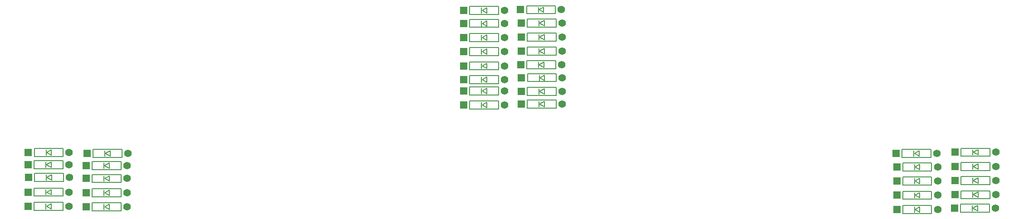
<source format=gto>
G04 #@! TF.GenerationSoftware,KiCad,Pcbnew,7.0.1-0*
G04 #@! TF.CreationDate,2023-06-03T13:21:34+09:00*
G04 #@! TF.ProjectId,cool536lc,636f6f6c-3533-4366-9c63-2e6b69636164,rev?*
G04 #@! TF.SameCoordinates,Original*
G04 #@! TF.FileFunction,Legend,Top*
G04 #@! TF.FilePolarity,Positive*
%FSLAX46Y46*%
G04 Gerber Fmt 4.6, Leading zero omitted, Abs format (unit mm)*
G04 Created by KiCad (PCBNEW 7.0.1-0) date 2023-06-03 13:21:34*
%MOMM*%
%LPD*%
G01*
G04 APERTURE LIST*
%ADD10C,0.150000*%
%ADD11R,1.397000X1.397000*%
%ADD12C,1.397000*%
G04 APERTURE END LIST*
D10*
X148250000Y-192840000D02*
X148250000Y-194340000D01*
X148250000Y-194340000D02*
X153650000Y-194340000D01*
X150450000Y-193090000D02*
X150450000Y-194090000D01*
X150550000Y-193590000D02*
X151450000Y-193090000D01*
X151450000Y-193090000D02*
X151450000Y-194090000D01*
X151450000Y-194090000D02*
X150550000Y-193590000D01*
X153650000Y-192840000D02*
X148250000Y-192840000D01*
X153650000Y-194340000D02*
X153650000Y-192840000D01*
X158961525Y-200456198D02*
X158961525Y-201956198D01*
X158961525Y-201956198D02*
X164361525Y-201956198D01*
X161161525Y-200706198D02*
X161161525Y-201706198D01*
X161261525Y-201206198D02*
X162161525Y-200706198D01*
X162161525Y-200706198D02*
X162161525Y-201706198D01*
X162161525Y-201706198D02*
X161261525Y-201206198D01*
X164361525Y-200456198D02*
X158961525Y-200456198D01*
X164361525Y-201956198D02*
X164361525Y-200456198D01*
X158961525Y-195156198D02*
X158961525Y-196656198D01*
X158961525Y-196656198D02*
X164361525Y-196656198D01*
X161161525Y-195406198D02*
X161161525Y-196406198D01*
X161261525Y-195906198D02*
X162161525Y-195406198D01*
X162161525Y-195406198D02*
X162161525Y-196406198D01*
X162161525Y-196406198D02*
X161261525Y-195906198D01*
X164361525Y-195156198D02*
X158961525Y-195156198D01*
X164361525Y-196656198D02*
X164361525Y-195156198D01*
X228946525Y-219546198D02*
X228946525Y-221046198D01*
X228946525Y-221046198D02*
X234346525Y-221046198D01*
X231146525Y-219796198D02*
X231146525Y-220796198D01*
X231246525Y-220296198D02*
X232146525Y-219796198D01*
X232146525Y-219796198D02*
X232146525Y-220796198D01*
X232146525Y-220796198D02*
X231246525Y-220296198D01*
X234346525Y-219546198D02*
X228946525Y-219546198D01*
X234346525Y-221046198D02*
X234346525Y-219546198D01*
X148250000Y-203190000D02*
X148250000Y-204690000D01*
X148250000Y-204690000D02*
X153650000Y-204690000D01*
X150450000Y-203440000D02*
X150450000Y-204440000D01*
X150550000Y-203940000D02*
X151450000Y-203440000D01*
X151450000Y-203440000D02*
X151450000Y-204440000D01*
X151450000Y-204440000D02*
X150550000Y-203940000D01*
X153650000Y-203190000D02*
X148250000Y-203190000D01*
X153650000Y-204690000D02*
X153650000Y-203190000D01*
X239846525Y-229826198D02*
X239846525Y-231326198D01*
X239846525Y-231326198D02*
X245246525Y-231326198D01*
X242046525Y-230076198D02*
X242046525Y-231076198D01*
X242146525Y-230576198D02*
X243046525Y-230076198D01*
X243046525Y-230076198D02*
X243046525Y-231076198D01*
X243046525Y-231076198D02*
X242146525Y-230576198D01*
X245246525Y-229826198D02*
X239846525Y-229826198D01*
X245246525Y-231326198D02*
X245246525Y-229826198D01*
X239906525Y-224656198D02*
X239906525Y-226156198D01*
X239906525Y-226156198D02*
X245306525Y-226156198D01*
X242106525Y-224906198D02*
X242106525Y-225906198D01*
X242206525Y-225406198D02*
X243106525Y-224906198D01*
X243106525Y-224906198D02*
X243106525Y-225906198D01*
X243106525Y-225906198D02*
X242206525Y-225406198D01*
X245306525Y-224656198D02*
X239906525Y-224656198D01*
X245306525Y-226156198D02*
X245306525Y-224656198D01*
X229046525Y-230046198D02*
X229046525Y-231546198D01*
X229046525Y-231546198D02*
X234446525Y-231546198D01*
X231246525Y-230296198D02*
X231246525Y-231296198D01*
X231346525Y-230796198D02*
X232246525Y-230296198D01*
X232246525Y-230296198D02*
X232246525Y-231296198D01*
X232246525Y-231296198D02*
X231346525Y-230796198D01*
X234446525Y-230046198D02*
X229046525Y-230046198D01*
X234446525Y-231546198D02*
X234446525Y-230046198D01*
X148250000Y-210523802D02*
X148250000Y-212023802D01*
X148250000Y-212023802D02*
X153650000Y-212023802D01*
X150450000Y-210773802D02*
X150450000Y-211773802D01*
X150550000Y-211273802D02*
X151450000Y-210773802D01*
X151450000Y-210773802D02*
X151450000Y-211773802D01*
X151450000Y-211773802D02*
X150550000Y-211273802D01*
X153650000Y-210523802D02*
X148250000Y-210523802D01*
X153650000Y-212023802D02*
X153650000Y-210523802D01*
X67006525Y-224086198D02*
X67006525Y-225586198D01*
X67006525Y-225586198D02*
X72406525Y-225586198D01*
X69206525Y-224336198D02*
X69206525Y-225336198D01*
X69306525Y-224836198D02*
X70206525Y-224336198D01*
X70206525Y-224336198D02*
X70206525Y-225336198D01*
X70206525Y-225336198D02*
X69306525Y-224836198D01*
X72406525Y-224086198D02*
X67006525Y-224086198D01*
X72406525Y-225586198D02*
X72406525Y-224086198D01*
X77806525Y-224266198D02*
X77806525Y-225766198D01*
X77806525Y-225766198D02*
X83206525Y-225766198D01*
X80006525Y-224516198D02*
X80006525Y-225516198D01*
X80106525Y-225016198D02*
X81006525Y-224516198D01*
X81006525Y-224516198D02*
X81006525Y-225516198D01*
X81006525Y-225516198D02*
X80106525Y-225016198D01*
X83206525Y-224266198D02*
X77806525Y-224266198D01*
X83206525Y-225766198D02*
X83206525Y-224266198D01*
X83196525Y-223326198D02*
X83196525Y-221826198D01*
X83196525Y-221826198D02*
X77796525Y-221826198D01*
X80996525Y-223076198D02*
X80096525Y-222576198D01*
X80996525Y-222076198D02*
X80996525Y-223076198D01*
X80096525Y-222576198D02*
X80996525Y-222076198D01*
X79996525Y-222076198D02*
X79996525Y-223076198D01*
X77796525Y-223326198D02*
X83196525Y-223326198D01*
X77796525Y-221826198D02*
X77796525Y-223326198D01*
X66946525Y-221706198D02*
X66946525Y-223206198D01*
X66946525Y-223206198D02*
X72346525Y-223206198D01*
X69146525Y-221956198D02*
X69146525Y-222956198D01*
X69246525Y-222456198D02*
X70146525Y-221956198D01*
X70146525Y-221956198D02*
X70146525Y-222956198D01*
X70146525Y-222956198D02*
X69246525Y-222456198D01*
X72346525Y-221706198D02*
X66946525Y-221706198D01*
X72346525Y-223206198D02*
X72346525Y-221706198D01*
X239906525Y-219356198D02*
X239906525Y-220856198D01*
X239906525Y-220856198D02*
X245306525Y-220856198D01*
X242106525Y-219606198D02*
X242106525Y-220606198D01*
X242206525Y-220106198D02*
X243106525Y-219606198D01*
X243106525Y-219606198D02*
X243106525Y-220606198D01*
X243106525Y-220606198D02*
X242206525Y-220106198D01*
X245306525Y-219356198D02*
X239906525Y-219356198D01*
X245306525Y-220856198D02*
X245306525Y-219356198D01*
X77806525Y-229566198D02*
X77806525Y-231066198D01*
X77806525Y-231066198D02*
X83206525Y-231066198D01*
X80006525Y-229816198D02*
X80006525Y-230816198D01*
X80106525Y-230316198D02*
X81006525Y-229816198D01*
X81006525Y-229816198D02*
X81006525Y-230816198D01*
X81006525Y-230816198D02*
X80106525Y-230316198D01*
X83206525Y-229566198D02*
X77806525Y-229566198D01*
X83206525Y-231066198D02*
X83206525Y-229566198D01*
X158846525Y-192686198D02*
X158846525Y-194186198D01*
X158846525Y-194186198D02*
X164246525Y-194186198D01*
X161046525Y-192936198D02*
X161046525Y-193936198D01*
X161146525Y-193436198D02*
X162046525Y-192936198D01*
X162046525Y-192936198D02*
X162046525Y-193936198D01*
X162046525Y-193936198D02*
X161146525Y-193436198D01*
X164246525Y-192686198D02*
X158846525Y-192686198D01*
X164246525Y-194186198D02*
X164246525Y-192686198D01*
X148250000Y-195240000D02*
X148250000Y-196740000D01*
X148250000Y-196740000D02*
X153650000Y-196740000D01*
X150450000Y-195490000D02*
X150450000Y-196490000D01*
X150550000Y-195990000D02*
X151450000Y-195490000D01*
X151450000Y-195490000D02*
X151450000Y-196490000D01*
X151450000Y-196490000D02*
X150550000Y-195990000D01*
X153650000Y-195240000D02*
X148250000Y-195240000D01*
X153650000Y-196740000D02*
X153650000Y-195240000D01*
X66976525Y-226816198D02*
X66976525Y-228316198D01*
X66976525Y-228316198D02*
X72376525Y-228316198D01*
X69176525Y-227066198D02*
X69176525Y-228066198D01*
X69276525Y-227566198D02*
X70176525Y-227066198D01*
X70176525Y-227066198D02*
X70176525Y-228066198D01*
X70176525Y-228066198D02*
X69276525Y-227566198D01*
X72376525Y-226816198D02*
X66976525Y-226816198D01*
X72376525Y-228316198D02*
X72376525Y-226816198D01*
X66976525Y-229466198D02*
X66976525Y-230966198D01*
X66976525Y-230966198D02*
X72376525Y-230966198D01*
X69176525Y-229716198D02*
X69176525Y-230716198D01*
X69276525Y-230216198D02*
X70176525Y-229716198D01*
X70176525Y-229716198D02*
X70176525Y-230716198D01*
X70176525Y-230716198D02*
X69276525Y-230216198D01*
X72376525Y-229466198D02*
X66976525Y-229466198D01*
X72376525Y-230966198D02*
X72376525Y-229466198D01*
X159015000Y-205400000D02*
X159015000Y-206900000D01*
X159015000Y-206900000D02*
X164415000Y-206900000D01*
X161215000Y-205650000D02*
X161215000Y-206650000D01*
X161315000Y-206150000D02*
X162215000Y-205650000D01*
X162215000Y-205650000D02*
X162215000Y-206650000D01*
X162215000Y-206650000D02*
X161315000Y-206150000D01*
X164415000Y-205400000D02*
X159015000Y-205400000D01*
X164415000Y-206900000D02*
X164415000Y-205400000D01*
X66986525Y-219426198D02*
X66986525Y-220926198D01*
X66986525Y-220926198D02*
X72386525Y-220926198D01*
X69186525Y-219676198D02*
X69186525Y-220676198D01*
X69286525Y-220176198D02*
X70186525Y-219676198D01*
X70186525Y-219676198D02*
X70186525Y-220676198D01*
X70186525Y-220676198D02*
X69286525Y-220176198D01*
X72386525Y-219426198D02*
X66986525Y-219426198D01*
X72386525Y-220926198D02*
X72386525Y-219426198D01*
X148250000Y-207870000D02*
X148250000Y-209370000D01*
X148250000Y-209370000D02*
X153650000Y-209370000D01*
X150450000Y-208120000D02*
X150450000Y-209120000D01*
X150550000Y-208620000D02*
X151450000Y-208120000D01*
X151450000Y-208120000D02*
X151450000Y-209120000D01*
X151450000Y-209120000D02*
X150550000Y-208620000D01*
X153650000Y-207870000D02*
X148250000Y-207870000D01*
X153650000Y-209370000D02*
X153650000Y-207870000D01*
X229046525Y-224746198D02*
X229046525Y-226246198D01*
X229046525Y-226246198D02*
X234446525Y-226246198D01*
X231246525Y-224996198D02*
X231246525Y-225996198D01*
X231346525Y-225496198D02*
X232246525Y-224996198D01*
X232246525Y-224996198D02*
X232246525Y-225996198D01*
X232246525Y-225996198D02*
X231346525Y-225496198D01*
X234446525Y-224746198D02*
X229046525Y-224746198D01*
X234446525Y-226246198D02*
X234446525Y-224746198D01*
X148250000Y-197890000D02*
X148250000Y-199390000D01*
X148250000Y-199390000D02*
X153650000Y-199390000D01*
X150450000Y-198140000D02*
X150450000Y-199140000D01*
X150550000Y-198640000D02*
X151450000Y-198140000D01*
X151450000Y-198140000D02*
X151450000Y-199140000D01*
X151450000Y-199140000D02*
X150550000Y-198640000D01*
X153650000Y-197890000D02*
X148250000Y-197890000D01*
X153650000Y-199390000D02*
X153650000Y-197890000D01*
X229046525Y-222096198D02*
X229046525Y-223596198D01*
X229046525Y-223596198D02*
X234446525Y-223596198D01*
X231246525Y-222346198D02*
X231246525Y-223346198D01*
X231346525Y-222846198D02*
X232246525Y-222346198D01*
X232246525Y-222346198D02*
X232246525Y-223346198D01*
X232246525Y-223346198D02*
X231346525Y-222846198D01*
X234446525Y-222096198D02*
X229046525Y-222096198D01*
X234446525Y-223596198D02*
X234446525Y-222096198D01*
X239906525Y-222006198D02*
X239906525Y-223506198D01*
X239906525Y-223506198D02*
X245306525Y-223506198D01*
X242106525Y-222256198D02*
X242106525Y-223256198D01*
X242206525Y-222756198D02*
X243106525Y-222256198D01*
X243106525Y-222256198D02*
X243106525Y-223256198D01*
X243106525Y-223256198D02*
X242206525Y-222756198D01*
X245306525Y-222006198D02*
X239906525Y-222006198D01*
X245306525Y-223506198D02*
X245306525Y-222006198D01*
X148250000Y-205800000D02*
X148250000Y-207300000D01*
X148250000Y-207300000D02*
X153650000Y-207300000D01*
X150450000Y-206050000D02*
X150450000Y-207050000D01*
X150550000Y-206550000D02*
X151450000Y-206050000D01*
X151450000Y-206050000D02*
X151450000Y-207050000D01*
X151450000Y-207050000D02*
X150550000Y-206550000D01*
X153650000Y-205800000D02*
X148250000Y-205800000D01*
X153650000Y-207300000D02*
X153650000Y-205800000D01*
X239906525Y-227306198D02*
X239906525Y-228806198D01*
X239906525Y-228806198D02*
X245306525Y-228806198D01*
X242106525Y-227556198D02*
X242106525Y-228556198D01*
X242206525Y-228056198D02*
X243106525Y-227556198D01*
X243106525Y-227556198D02*
X243106525Y-228556198D01*
X243106525Y-228556198D02*
X242206525Y-228056198D01*
X245306525Y-227306198D02*
X239906525Y-227306198D01*
X245306525Y-228806198D02*
X245306525Y-227306198D01*
X77806525Y-226916198D02*
X77806525Y-228416198D01*
X77806525Y-228416198D02*
X83206525Y-228416198D01*
X80006525Y-227166198D02*
X80006525Y-228166198D01*
X80106525Y-227666198D02*
X81006525Y-227166198D01*
X81006525Y-227166198D02*
X81006525Y-228166198D01*
X81006525Y-228166198D02*
X80106525Y-227666198D01*
X83206525Y-226916198D02*
X77806525Y-226916198D01*
X83206525Y-228416198D02*
X83206525Y-226916198D01*
X229046525Y-227396198D02*
X229046525Y-228896198D01*
X229046525Y-228896198D02*
X234446525Y-228896198D01*
X231246525Y-227646198D02*
X231246525Y-228646198D01*
X231346525Y-228146198D02*
X232246525Y-227646198D01*
X232246525Y-227646198D02*
X232246525Y-228646198D01*
X232246525Y-228646198D02*
X231346525Y-228146198D01*
X234446525Y-227396198D02*
X229046525Y-227396198D01*
X234446525Y-228896198D02*
X234446525Y-227396198D01*
X158995000Y-210350000D02*
X158995000Y-211850000D01*
X158995000Y-211850000D02*
X164395000Y-211850000D01*
X161195000Y-210600000D02*
X161195000Y-211600000D01*
X161295000Y-211100000D02*
X162195000Y-210600000D01*
X162195000Y-210600000D02*
X162195000Y-211600000D01*
X162195000Y-211600000D02*
X161295000Y-211100000D01*
X164395000Y-210350000D02*
X158995000Y-210350000D01*
X164395000Y-211850000D02*
X164395000Y-210350000D01*
X77936525Y-219576198D02*
X77936525Y-221076198D01*
X77936525Y-221076198D02*
X83336525Y-221076198D01*
X80136525Y-219826198D02*
X80136525Y-220826198D01*
X80236525Y-220326198D02*
X81136525Y-219826198D01*
X81136525Y-219826198D02*
X81136525Y-220826198D01*
X81136525Y-220826198D02*
X80236525Y-220326198D01*
X83336525Y-219576198D02*
X77936525Y-219576198D01*
X83336525Y-221076198D02*
X83336525Y-219576198D01*
X158886525Y-202996198D02*
X158886525Y-204496198D01*
X158886525Y-204496198D02*
X164286525Y-204496198D01*
X161086525Y-203246198D02*
X161086525Y-204246198D01*
X161186525Y-203746198D02*
X162086525Y-203246198D01*
X162086525Y-203246198D02*
X162086525Y-204246198D01*
X162086525Y-204246198D02*
X161186525Y-203746198D01*
X164286525Y-202996198D02*
X158886525Y-202996198D01*
X164286525Y-204496198D02*
X164286525Y-202996198D01*
X148250000Y-200540000D02*
X148250000Y-202040000D01*
X148250000Y-202040000D02*
X153650000Y-202040000D01*
X150450000Y-200790000D02*
X150450000Y-201790000D01*
X150550000Y-201290000D02*
X151450000Y-200790000D01*
X151450000Y-200790000D02*
X151450000Y-201790000D01*
X151450000Y-201790000D02*
X150550000Y-201290000D01*
X153650000Y-200540000D02*
X148250000Y-200540000D01*
X153650000Y-202040000D02*
X153650000Y-200540000D01*
X158998525Y-207986198D02*
X158998525Y-209486198D01*
X158998525Y-209486198D02*
X164398525Y-209486198D01*
X161198525Y-208236198D02*
X161198525Y-209236198D01*
X161298525Y-208736198D02*
X162198525Y-208236198D01*
X162198525Y-208236198D02*
X162198525Y-209236198D01*
X162198525Y-209236198D02*
X161298525Y-208736198D01*
X164398525Y-207986198D02*
X158998525Y-207986198D01*
X164398525Y-209486198D02*
X164398525Y-207986198D01*
X158961525Y-197806198D02*
X158961525Y-199306198D01*
X158961525Y-199306198D02*
X164361525Y-199306198D01*
X161161525Y-198056198D02*
X161161525Y-199056198D01*
X161261525Y-198556198D02*
X162161525Y-198056198D01*
X162161525Y-198056198D02*
X162161525Y-199056198D01*
X162161525Y-199056198D02*
X161261525Y-198556198D01*
X164361525Y-197806198D02*
X158961525Y-197806198D01*
X164361525Y-199306198D02*
X164361525Y-197806198D01*
D11*
X147140000Y-193590000D03*
D12*
X154760000Y-193590000D03*
D11*
X157851525Y-201206198D03*
D12*
X165471525Y-201206198D03*
D11*
X157851525Y-195906198D03*
D12*
X165471525Y-195906198D03*
D11*
X227836525Y-220296198D03*
D12*
X235456525Y-220296198D03*
D11*
X147140000Y-203940000D03*
D12*
X154760000Y-203940000D03*
D11*
X238736525Y-230576198D03*
D12*
X246356525Y-230576198D03*
D11*
X238796525Y-225406198D03*
D12*
X246416525Y-225406198D03*
D11*
X227936525Y-230796198D03*
D12*
X235556525Y-230796198D03*
D11*
X147140000Y-211273802D03*
D12*
X154760000Y-211273802D03*
D11*
X65896525Y-224836198D03*
D12*
X73516525Y-224836198D03*
D11*
X76696525Y-225016198D03*
D12*
X84316525Y-225016198D03*
X84306525Y-222576198D03*
D11*
X76686525Y-222576198D03*
X65836525Y-222456198D03*
D12*
X73456525Y-222456198D03*
D11*
X238796525Y-220106198D03*
D12*
X246416525Y-220106198D03*
D11*
X76696525Y-230316198D03*
D12*
X84316525Y-230316198D03*
D11*
X157736525Y-193436198D03*
D12*
X165356525Y-193436198D03*
D11*
X147140000Y-195990000D03*
D12*
X154760000Y-195990000D03*
D11*
X65866525Y-227566198D03*
D12*
X73486525Y-227566198D03*
D11*
X65866525Y-230216198D03*
D12*
X73486525Y-230216198D03*
D11*
X157905000Y-206150000D03*
D12*
X165525000Y-206150000D03*
D11*
X65876525Y-220176198D03*
D12*
X73496525Y-220176198D03*
D11*
X147140000Y-208620000D03*
D12*
X154760000Y-208620000D03*
D11*
X227936525Y-225496198D03*
D12*
X235556525Y-225496198D03*
D11*
X147140000Y-198640000D03*
D12*
X154760000Y-198640000D03*
D11*
X227936525Y-222846198D03*
D12*
X235556525Y-222846198D03*
D11*
X238796525Y-222756198D03*
D12*
X246416525Y-222756198D03*
D11*
X147140000Y-206550000D03*
D12*
X154760000Y-206550000D03*
D11*
X238796525Y-228056198D03*
D12*
X246416525Y-228056198D03*
D11*
X76696525Y-227666198D03*
D12*
X84316525Y-227666198D03*
D11*
X227936525Y-228146198D03*
D12*
X235556525Y-228146198D03*
D11*
X157885000Y-211100000D03*
D12*
X165505000Y-211100000D03*
D11*
X76826525Y-220326198D03*
D12*
X84446525Y-220326198D03*
D11*
X157776525Y-203746198D03*
D12*
X165396525Y-203746198D03*
D11*
X147140000Y-201290000D03*
D12*
X154760000Y-201290000D03*
D11*
X157888525Y-208736198D03*
D12*
X165508525Y-208736198D03*
D11*
X157851525Y-198556198D03*
D12*
X165471525Y-198556198D03*
M02*

</source>
